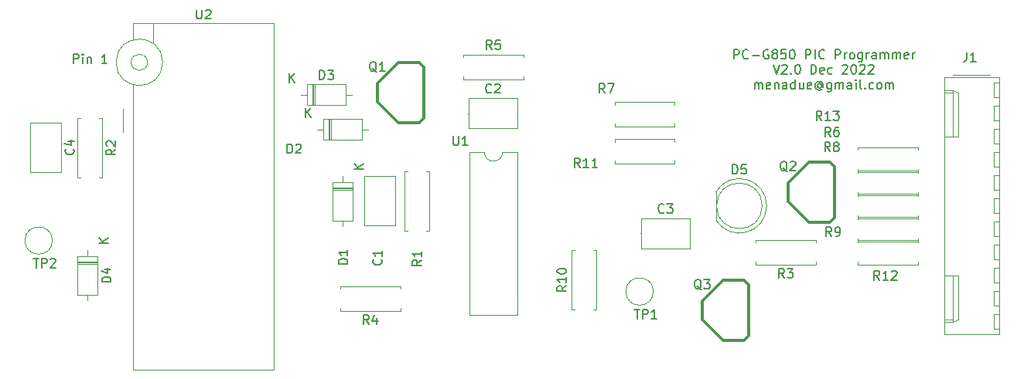
<source format=gbr>
%TF.GenerationSoftware,KiCad,Pcbnew,5.1.5+dfsg1-2build2*%
%TF.CreationDate,2022-12-31T14:33:42+00:00*%
%TF.ProjectId,g850-pic-prog,67383530-2d70-4696-932d-70726f672e6b,rev?*%
%TF.SameCoordinates,Original*%
%TF.FileFunction,Legend,Top*%
%TF.FilePolarity,Positive*%
%FSLAX46Y46*%
G04 Gerber Fmt 4.6, Leading zero omitted, Abs format (unit mm)*
G04 Created by KiCad (PCBNEW 5.1.5+dfsg1-2build2) date 2022-12-31 14:33:42*
%MOMM*%
%LPD*%
G04 APERTURE LIST*
%ADD10C,0.150000*%
%ADD11C,0.120000*%
%ADD12C,0.304800*%
%ADD13C,0.203200*%
G04 APERTURE END LIST*
D10*
X101619276Y-69956940D02*
X101619276Y-68956940D01*
X102000228Y-68956940D01*
X102095466Y-69004560D01*
X102143085Y-69052179D01*
X102190704Y-69147417D01*
X102190704Y-69290274D01*
X102143085Y-69385512D01*
X102095466Y-69433131D01*
X102000228Y-69480750D01*
X101619276Y-69480750D01*
X102619276Y-69956940D02*
X102619276Y-69290274D01*
X102619276Y-68956940D02*
X102571657Y-69004560D01*
X102619276Y-69052179D01*
X102666895Y-69004560D01*
X102619276Y-68956940D01*
X102619276Y-69052179D01*
X103095466Y-69290274D02*
X103095466Y-69956940D01*
X103095466Y-69385512D02*
X103143085Y-69337893D01*
X103238323Y-69290274D01*
X103381180Y-69290274D01*
X103476419Y-69337893D01*
X103524038Y-69433131D01*
X103524038Y-69956940D01*
X105285942Y-69956940D02*
X104714514Y-69956940D01*
X105000228Y-69956940D02*
X105000228Y-68956940D01*
X104904990Y-69099798D01*
X104809752Y-69195036D01*
X104714514Y-69242655D01*
X173901697Y-69465180D02*
X173901697Y-68465180D01*
X174282649Y-68465180D01*
X174377887Y-68512800D01*
X174425506Y-68560419D01*
X174473125Y-68655657D01*
X174473125Y-68798514D01*
X174425506Y-68893752D01*
X174377887Y-68941371D01*
X174282649Y-68988990D01*
X173901697Y-68988990D01*
X175473125Y-69369942D02*
X175425506Y-69417561D01*
X175282649Y-69465180D01*
X175187411Y-69465180D01*
X175044554Y-69417561D01*
X174949316Y-69322323D01*
X174901697Y-69227085D01*
X174854078Y-69036609D01*
X174854078Y-68893752D01*
X174901697Y-68703276D01*
X174949316Y-68608038D01*
X175044554Y-68512800D01*
X175187411Y-68465180D01*
X175282649Y-68465180D01*
X175425506Y-68512800D01*
X175473125Y-68560419D01*
X175901697Y-69084228D02*
X176663601Y-69084228D01*
X177663601Y-68512800D02*
X177568363Y-68465180D01*
X177425506Y-68465180D01*
X177282649Y-68512800D01*
X177187411Y-68608038D01*
X177139792Y-68703276D01*
X177092173Y-68893752D01*
X177092173Y-69036609D01*
X177139792Y-69227085D01*
X177187411Y-69322323D01*
X177282649Y-69417561D01*
X177425506Y-69465180D01*
X177520744Y-69465180D01*
X177663601Y-69417561D01*
X177711220Y-69369942D01*
X177711220Y-69036609D01*
X177520744Y-69036609D01*
X178282649Y-68893752D02*
X178187411Y-68846133D01*
X178139792Y-68798514D01*
X178092173Y-68703276D01*
X178092173Y-68655657D01*
X178139792Y-68560419D01*
X178187411Y-68512800D01*
X178282649Y-68465180D01*
X178473125Y-68465180D01*
X178568363Y-68512800D01*
X178615982Y-68560419D01*
X178663601Y-68655657D01*
X178663601Y-68703276D01*
X178615982Y-68798514D01*
X178568363Y-68846133D01*
X178473125Y-68893752D01*
X178282649Y-68893752D01*
X178187411Y-68941371D01*
X178139792Y-68988990D01*
X178092173Y-69084228D01*
X178092173Y-69274704D01*
X178139792Y-69369942D01*
X178187411Y-69417561D01*
X178282649Y-69465180D01*
X178473125Y-69465180D01*
X178568363Y-69417561D01*
X178615982Y-69369942D01*
X178663601Y-69274704D01*
X178663601Y-69084228D01*
X178615982Y-68988990D01*
X178568363Y-68941371D01*
X178473125Y-68893752D01*
X179568363Y-68465180D02*
X179092173Y-68465180D01*
X179044554Y-68941371D01*
X179092173Y-68893752D01*
X179187411Y-68846133D01*
X179425506Y-68846133D01*
X179520744Y-68893752D01*
X179568363Y-68941371D01*
X179615982Y-69036609D01*
X179615982Y-69274704D01*
X179568363Y-69369942D01*
X179520744Y-69417561D01*
X179425506Y-69465180D01*
X179187411Y-69465180D01*
X179092173Y-69417561D01*
X179044554Y-69369942D01*
X180235030Y-68465180D02*
X180330268Y-68465180D01*
X180425506Y-68512800D01*
X180473125Y-68560419D01*
X180520744Y-68655657D01*
X180568363Y-68846133D01*
X180568363Y-69084228D01*
X180520744Y-69274704D01*
X180473125Y-69369942D01*
X180425506Y-69417561D01*
X180330268Y-69465180D01*
X180235030Y-69465180D01*
X180139792Y-69417561D01*
X180092173Y-69369942D01*
X180044554Y-69274704D01*
X179996935Y-69084228D01*
X179996935Y-68846133D01*
X180044554Y-68655657D01*
X180092173Y-68560419D01*
X180139792Y-68512800D01*
X180235030Y-68465180D01*
X181758840Y-69465180D02*
X181758840Y-68465180D01*
X182139792Y-68465180D01*
X182235030Y-68512800D01*
X182282649Y-68560419D01*
X182330268Y-68655657D01*
X182330268Y-68798514D01*
X182282649Y-68893752D01*
X182235030Y-68941371D01*
X182139792Y-68988990D01*
X181758840Y-68988990D01*
X182758840Y-69465180D02*
X182758840Y-68465180D01*
X183806459Y-69369942D02*
X183758840Y-69417561D01*
X183615982Y-69465180D01*
X183520744Y-69465180D01*
X183377887Y-69417561D01*
X183282649Y-69322323D01*
X183235030Y-69227085D01*
X183187411Y-69036609D01*
X183187411Y-68893752D01*
X183235030Y-68703276D01*
X183282649Y-68608038D01*
X183377887Y-68512800D01*
X183520744Y-68465180D01*
X183615982Y-68465180D01*
X183758840Y-68512800D01*
X183806459Y-68560419D01*
X184996935Y-69465180D02*
X184996935Y-68465180D01*
X185377887Y-68465180D01*
X185473125Y-68512800D01*
X185520744Y-68560419D01*
X185568363Y-68655657D01*
X185568363Y-68798514D01*
X185520744Y-68893752D01*
X185473125Y-68941371D01*
X185377887Y-68988990D01*
X184996935Y-68988990D01*
X185996935Y-69465180D02*
X185996935Y-68798514D01*
X185996935Y-68988990D02*
X186044554Y-68893752D01*
X186092173Y-68846133D01*
X186187411Y-68798514D01*
X186282649Y-68798514D01*
X186758840Y-69465180D02*
X186663601Y-69417561D01*
X186615982Y-69369942D01*
X186568363Y-69274704D01*
X186568363Y-68988990D01*
X186615982Y-68893752D01*
X186663601Y-68846133D01*
X186758840Y-68798514D01*
X186901697Y-68798514D01*
X186996935Y-68846133D01*
X187044554Y-68893752D01*
X187092173Y-68988990D01*
X187092173Y-69274704D01*
X187044554Y-69369942D01*
X186996935Y-69417561D01*
X186901697Y-69465180D01*
X186758840Y-69465180D01*
X187949316Y-68798514D02*
X187949316Y-69608038D01*
X187901697Y-69703276D01*
X187854078Y-69750895D01*
X187758840Y-69798514D01*
X187615982Y-69798514D01*
X187520744Y-69750895D01*
X187949316Y-69417561D02*
X187854078Y-69465180D01*
X187663601Y-69465180D01*
X187568363Y-69417561D01*
X187520744Y-69369942D01*
X187473125Y-69274704D01*
X187473125Y-68988990D01*
X187520744Y-68893752D01*
X187568363Y-68846133D01*
X187663601Y-68798514D01*
X187854078Y-68798514D01*
X187949316Y-68846133D01*
X188425506Y-69465180D02*
X188425506Y-68798514D01*
X188425506Y-68988990D02*
X188473125Y-68893752D01*
X188520744Y-68846133D01*
X188615982Y-68798514D01*
X188711220Y-68798514D01*
X189473125Y-69465180D02*
X189473125Y-68941371D01*
X189425506Y-68846133D01*
X189330268Y-68798514D01*
X189139792Y-68798514D01*
X189044554Y-68846133D01*
X189473125Y-69417561D02*
X189377887Y-69465180D01*
X189139792Y-69465180D01*
X189044554Y-69417561D01*
X188996935Y-69322323D01*
X188996935Y-69227085D01*
X189044554Y-69131847D01*
X189139792Y-69084228D01*
X189377887Y-69084228D01*
X189473125Y-69036609D01*
X189949316Y-69465180D02*
X189949316Y-68798514D01*
X189949316Y-68893752D02*
X189996935Y-68846133D01*
X190092173Y-68798514D01*
X190235030Y-68798514D01*
X190330268Y-68846133D01*
X190377887Y-68941371D01*
X190377887Y-69465180D01*
X190377887Y-68941371D02*
X190425506Y-68846133D01*
X190520744Y-68798514D01*
X190663601Y-68798514D01*
X190758840Y-68846133D01*
X190806459Y-68941371D01*
X190806459Y-69465180D01*
X191282649Y-69465180D02*
X191282649Y-68798514D01*
X191282649Y-68893752D02*
X191330268Y-68846133D01*
X191425506Y-68798514D01*
X191568363Y-68798514D01*
X191663601Y-68846133D01*
X191711220Y-68941371D01*
X191711220Y-69465180D01*
X191711220Y-68941371D02*
X191758840Y-68846133D01*
X191854078Y-68798514D01*
X191996935Y-68798514D01*
X192092173Y-68846133D01*
X192139792Y-68941371D01*
X192139792Y-69465180D01*
X192996935Y-69417561D02*
X192901697Y-69465180D01*
X192711220Y-69465180D01*
X192615982Y-69417561D01*
X192568363Y-69322323D01*
X192568363Y-68941371D01*
X192615982Y-68846133D01*
X192711220Y-68798514D01*
X192901697Y-68798514D01*
X192996935Y-68846133D01*
X193044554Y-68941371D01*
X193044554Y-69036609D01*
X192568363Y-69131847D01*
X193473125Y-69465180D02*
X193473125Y-68798514D01*
X193473125Y-68988990D02*
X193520744Y-68893752D01*
X193568363Y-68846133D01*
X193663601Y-68798514D01*
X193758840Y-68798514D01*
X178211220Y-70115180D02*
X178544554Y-71115180D01*
X178877887Y-70115180D01*
X179163601Y-70210419D02*
X179211220Y-70162800D01*
X179306459Y-70115180D01*
X179544554Y-70115180D01*
X179639792Y-70162800D01*
X179687411Y-70210419D01*
X179735030Y-70305657D01*
X179735030Y-70400895D01*
X179687411Y-70543752D01*
X179115982Y-71115180D01*
X179735030Y-71115180D01*
X180163601Y-71019942D02*
X180211220Y-71067561D01*
X180163601Y-71115180D01*
X180115982Y-71067561D01*
X180163601Y-71019942D01*
X180163601Y-71115180D01*
X180830268Y-70115180D02*
X180925506Y-70115180D01*
X181020744Y-70162800D01*
X181068363Y-70210419D01*
X181115982Y-70305657D01*
X181163601Y-70496133D01*
X181163601Y-70734228D01*
X181115982Y-70924704D01*
X181068363Y-71019942D01*
X181020744Y-71067561D01*
X180925506Y-71115180D01*
X180830268Y-71115180D01*
X180735030Y-71067561D01*
X180687411Y-71019942D01*
X180639792Y-70924704D01*
X180592173Y-70734228D01*
X180592173Y-70496133D01*
X180639792Y-70305657D01*
X180687411Y-70210419D01*
X180735030Y-70162800D01*
X180830268Y-70115180D01*
X182354078Y-71115180D02*
X182354078Y-70115180D01*
X182592173Y-70115180D01*
X182735030Y-70162800D01*
X182830268Y-70258038D01*
X182877887Y-70353276D01*
X182925506Y-70543752D01*
X182925506Y-70686609D01*
X182877887Y-70877085D01*
X182830268Y-70972323D01*
X182735030Y-71067561D01*
X182592173Y-71115180D01*
X182354078Y-71115180D01*
X183735030Y-71067561D02*
X183639792Y-71115180D01*
X183449316Y-71115180D01*
X183354078Y-71067561D01*
X183306459Y-70972323D01*
X183306459Y-70591371D01*
X183354078Y-70496133D01*
X183449316Y-70448514D01*
X183639792Y-70448514D01*
X183735030Y-70496133D01*
X183782649Y-70591371D01*
X183782649Y-70686609D01*
X183306459Y-70781847D01*
X184639792Y-71067561D02*
X184544554Y-71115180D01*
X184354078Y-71115180D01*
X184258840Y-71067561D01*
X184211220Y-71019942D01*
X184163601Y-70924704D01*
X184163601Y-70638990D01*
X184211220Y-70543752D01*
X184258840Y-70496133D01*
X184354078Y-70448514D01*
X184544554Y-70448514D01*
X184639792Y-70496133D01*
X185782649Y-70210419D02*
X185830268Y-70162800D01*
X185925506Y-70115180D01*
X186163601Y-70115180D01*
X186258840Y-70162800D01*
X186306459Y-70210419D01*
X186354078Y-70305657D01*
X186354078Y-70400895D01*
X186306459Y-70543752D01*
X185735030Y-71115180D01*
X186354078Y-71115180D01*
X186973125Y-70115180D02*
X187068363Y-70115180D01*
X187163601Y-70162800D01*
X187211220Y-70210419D01*
X187258840Y-70305657D01*
X187306459Y-70496133D01*
X187306459Y-70734228D01*
X187258840Y-70924704D01*
X187211220Y-71019942D01*
X187163601Y-71067561D01*
X187068363Y-71115180D01*
X186973125Y-71115180D01*
X186877887Y-71067561D01*
X186830268Y-71019942D01*
X186782649Y-70924704D01*
X186735030Y-70734228D01*
X186735030Y-70496133D01*
X186782649Y-70305657D01*
X186830268Y-70210419D01*
X186877887Y-70162800D01*
X186973125Y-70115180D01*
X187687411Y-70210419D02*
X187735030Y-70162800D01*
X187830268Y-70115180D01*
X188068363Y-70115180D01*
X188163601Y-70162800D01*
X188211220Y-70210419D01*
X188258840Y-70305657D01*
X188258840Y-70400895D01*
X188211220Y-70543752D01*
X187639792Y-71115180D01*
X188258840Y-71115180D01*
X188639792Y-70210419D02*
X188687411Y-70162800D01*
X188782649Y-70115180D01*
X189020744Y-70115180D01*
X189115982Y-70162800D01*
X189163601Y-70210419D01*
X189211220Y-70305657D01*
X189211220Y-70400895D01*
X189163601Y-70543752D01*
X188592173Y-71115180D01*
X189211220Y-71115180D01*
X176163601Y-72765180D02*
X176163601Y-72098514D01*
X176163601Y-72193752D02*
X176211220Y-72146133D01*
X176306459Y-72098514D01*
X176449316Y-72098514D01*
X176544554Y-72146133D01*
X176592173Y-72241371D01*
X176592173Y-72765180D01*
X176592173Y-72241371D02*
X176639792Y-72146133D01*
X176735030Y-72098514D01*
X176877887Y-72098514D01*
X176973125Y-72146133D01*
X177020744Y-72241371D01*
X177020744Y-72765180D01*
X177877887Y-72717561D02*
X177782649Y-72765180D01*
X177592173Y-72765180D01*
X177496935Y-72717561D01*
X177449316Y-72622323D01*
X177449316Y-72241371D01*
X177496935Y-72146133D01*
X177592173Y-72098514D01*
X177782649Y-72098514D01*
X177877887Y-72146133D01*
X177925506Y-72241371D01*
X177925506Y-72336609D01*
X177449316Y-72431847D01*
X178354078Y-72098514D02*
X178354078Y-72765180D01*
X178354078Y-72193752D02*
X178401697Y-72146133D01*
X178496935Y-72098514D01*
X178639792Y-72098514D01*
X178735030Y-72146133D01*
X178782649Y-72241371D01*
X178782649Y-72765180D01*
X179687411Y-72765180D02*
X179687411Y-72241371D01*
X179639792Y-72146133D01*
X179544554Y-72098514D01*
X179354078Y-72098514D01*
X179258840Y-72146133D01*
X179687411Y-72717561D02*
X179592173Y-72765180D01*
X179354078Y-72765180D01*
X179258840Y-72717561D01*
X179211220Y-72622323D01*
X179211220Y-72527085D01*
X179258840Y-72431847D01*
X179354078Y-72384228D01*
X179592173Y-72384228D01*
X179687411Y-72336609D01*
X180592173Y-72765180D02*
X180592173Y-71765180D01*
X180592173Y-72717561D02*
X180496935Y-72765180D01*
X180306459Y-72765180D01*
X180211220Y-72717561D01*
X180163601Y-72669942D01*
X180115982Y-72574704D01*
X180115982Y-72288990D01*
X180163601Y-72193752D01*
X180211220Y-72146133D01*
X180306459Y-72098514D01*
X180496935Y-72098514D01*
X180592173Y-72146133D01*
X181496935Y-72098514D02*
X181496935Y-72765180D01*
X181068363Y-72098514D02*
X181068363Y-72622323D01*
X181115982Y-72717561D01*
X181211220Y-72765180D01*
X181354078Y-72765180D01*
X181449316Y-72717561D01*
X181496935Y-72669942D01*
X182354078Y-72717561D02*
X182258840Y-72765180D01*
X182068363Y-72765180D01*
X181973125Y-72717561D01*
X181925506Y-72622323D01*
X181925506Y-72241371D01*
X181973125Y-72146133D01*
X182068363Y-72098514D01*
X182258840Y-72098514D01*
X182354078Y-72146133D01*
X182401697Y-72241371D01*
X182401697Y-72336609D01*
X181925506Y-72431847D01*
X183449316Y-72288990D02*
X183401697Y-72241371D01*
X183306459Y-72193752D01*
X183211220Y-72193752D01*
X183115982Y-72241371D01*
X183068363Y-72288990D01*
X183020744Y-72384228D01*
X183020744Y-72479466D01*
X183068363Y-72574704D01*
X183115982Y-72622323D01*
X183211220Y-72669942D01*
X183306459Y-72669942D01*
X183401697Y-72622323D01*
X183449316Y-72574704D01*
X183449316Y-72193752D02*
X183449316Y-72574704D01*
X183496935Y-72622323D01*
X183544554Y-72622323D01*
X183639792Y-72574704D01*
X183687411Y-72479466D01*
X183687411Y-72241371D01*
X183592173Y-72098514D01*
X183449316Y-72003276D01*
X183258840Y-71955657D01*
X183068363Y-72003276D01*
X182925506Y-72098514D01*
X182830268Y-72241371D01*
X182782649Y-72431847D01*
X182830268Y-72622323D01*
X182925506Y-72765180D01*
X183068363Y-72860419D01*
X183258840Y-72908038D01*
X183449316Y-72860419D01*
X183592173Y-72765180D01*
X184544554Y-72098514D02*
X184544554Y-72908038D01*
X184496935Y-73003276D01*
X184449316Y-73050895D01*
X184354078Y-73098514D01*
X184211220Y-73098514D01*
X184115982Y-73050895D01*
X184544554Y-72717561D02*
X184449316Y-72765180D01*
X184258840Y-72765180D01*
X184163601Y-72717561D01*
X184115982Y-72669942D01*
X184068363Y-72574704D01*
X184068363Y-72288990D01*
X184115982Y-72193752D01*
X184163601Y-72146133D01*
X184258840Y-72098514D01*
X184449316Y-72098514D01*
X184544554Y-72146133D01*
X185020744Y-72765180D02*
X185020744Y-72098514D01*
X185020744Y-72193752D02*
X185068363Y-72146133D01*
X185163601Y-72098514D01*
X185306459Y-72098514D01*
X185401697Y-72146133D01*
X185449316Y-72241371D01*
X185449316Y-72765180D01*
X185449316Y-72241371D02*
X185496935Y-72146133D01*
X185592173Y-72098514D01*
X185735030Y-72098514D01*
X185830268Y-72146133D01*
X185877887Y-72241371D01*
X185877887Y-72765180D01*
X186782649Y-72765180D02*
X186782649Y-72241371D01*
X186735030Y-72146133D01*
X186639792Y-72098514D01*
X186449316Y-72098514D01*
X186354078Y-72146133D01*
X186782649Y-72717561D02*
X186687411Y-72765180D01*
X186449316Y-72765180D01*
X186354078Y-72717561D01*
X186306459Y-72622323D01*
X186306459Y-72527085D01*
X186354078Y-72431847D01*
X186449316Y-72384228D01*
X186687411Y-72384228D01*
X186782649Y-72336609D01*
X187258840Y-72765180D02*
X187258840Y-72098514D01*
X187258840Y-71765180D02*
X187211220Y-71812800D01*
X187258840Y-71860419D01*
X187306459Y-71812800D01*
X187258840Y-71765180D01*
X187258840Y-71860419D01*
X187877887Y-72765180D02*
X187782649Y-72717561D01*
X187735030Y-72622323D01*
X187735030Y-71765180D01*
X188258840Y-72669942D02*
X188306459Y-72717561D01*
X188258840Y-72765180D01*
X188211220Y-72717561D01*
X188258840Y-72669942D01*
X188258840Y-72765180D01*
X189163601Y-72717561D02*
X189068363Y-72765180D01*
X188877887Y-72765180D01*
X188782649Y-72717561D01*
X188735030Y-72669942D01*
X188687411Y-72574704D01*
X188687411Y-72288990D01*
X188735030Y-72193752D01*
X188782649Y-72146133D01*
X188877887Y-72098514D01*
X189068363Y-72098514D01*
X189163601Y-72146133D01*
X189735030Y-72765180D02*
X189639792Y-72717561D01*
X189592173Y-72669942D01*
X189544554Y-72574704D01*
X189544554Y-72288990D01*
X189592173Y-72193752D01*
X189639792Y-72146133D01*
X189735030Y-72098514D01*
X189877887Y-72098514D01*
X189973125Y-72146133D01*
X190020744Y-72193752D01*
X190068363Y-72288990D01*
X190068363Y-72574704D01*
X190020744Y-72669942D01*
X189973125Y-72717561D01*
X189877887Y-72765180D01*
X189735030Y-72765180D01*
X190496935Y-72765180D02*
X190496935Y-72098514D01*
X190496935Y-72193752D02*
X190544554Y-72146133D01*
X190639792Y-72098514D01*
X190782649Y-72098514D01*
X190877887Y-72146133D01*
X190925506Y-72241371D01*
X190925506Y-72765180D01*
X190925506Y-72241371D02*
X190973125Y-72146133D01*
X191068363Y-72098514D01*
X191211220Y-72098514D01*
X191306459Y-72146133D01*
X191354078Y-72241371D01*
X191354078Y-72765180D01*
D11*
%TO.C,U2*%
X107064000Y-77470000D02*
X107064000Y-74930000D01*
X110364000Y-65540000D02*
X110364000Y-67800000D01*
X108124000Y-65540000D02*
X108124000Y-67400000D01*
X123524000Y-65540000D02*
X108124000Y-65540000D01*
X123524000Y-103540000D02*
X123524000Y-65540000D01*
X108124000Y-103540000D02*
X123524000Y-103540000D01*
X108124000Y-72300000D02*
X108124000Y-103540000D01*
X109714000Y-69850000D02*
G75*
G03X109714000Y-69850000I-900000J0D01*
G01*
X111364000Y-69850000D02*
G75*
G03X111364000Y-69850000I-2550000J0D01*
G01*
D12*
%TO.C,Q2*%
X179832000Y-85090000D02*
X179832000Y-83058000D01*
X179832000Y-85090000D02*
X182118000Y-87376000D01*
X179832000Y-83058000D02*
X182118000Y-80772000D01*
X184404000Y-87376000D02*
X182118000Y-87376000D01*
X184912000Y-86868000D02*
X184404000Y-87376000D01*
X184912000Y-81280000D02*
X184912000Y-86868000D01*
X184404000Y-80772000D02*
X184912000Y-81280000D01*
X182118000Y-80772000D02*
X184404000Y-80772000D01*
D11*
%TO.C,U1*%
X148574000Y-79696000D02*
G75*
G02X146574000Y-79696000I-1000000J0D01*
G01*
X146574000Y-79696000D02*
X144924000Y-79696000D01*
X144924000Y-79696000D02*
X144924000Y-97596000D01*
X144924000Y-97596000D02*
X150224000Y-97596000D01*
X150224000Y-97596000D02*
X150224000Y-79696000D01*
X150224000Y-79696000D02*
X148574000Y-79696000D01*
%TO.C,TP2*%
X99290000Y-89408000D02*
G75*
G03X99290000Y-89408000I-1500000J0D01*
G01*
%TO.C,TP1*%
X165076000Y-94996000D02*
G75*
G03X165076000Y-94996000I-1500000J0D01*
G01*
%TO.C,R13*%
X187484000Y-79478000D02*
X187484000Y-79148000D01*
X187484000Y-79148000D02*
X194024000Y-79148000D01*
X194024000Y-79148000D02*
X194024000Y-79478000D01*
X187484000Y-81558000D02*
X187484000Y-81888000D01*
X187484000Y-81888000D02*
X194024000Y-81888000D01*
X194024000Y-81888000D02*
X194024000Y-81558000D01*
%TO.C,R12*%
X187484000Y-89638000D02*
X187484000Y-89308000D01*
X187484000Y-89308000D02*
X194024000Y-89308000D01*
X194024000Y-89308000D02*
X194024000Y-89638000D01*
X187484000Y-91718000D02*
X187484000Y-92048000D01*
X187484000Y-92048000D02*
X194024000Y-92048000D01*
X194024000Y-92048000D02*
X194024000Y-91718000D01*
%TO.C,R11*%
X160882000Y-78574000D02*
X160882000Y-78244000D01*
X160882000Y-78244000D02*
X167422000Y-78244000D01*
X167422000Y-78244000D02*
X167422000Y-78574000D01*
X160882000Y-80654000D02*
X160882000Y-80984000D01*
X160882000Y-80984000D02*
X167422000Y-80984000D01*
X167422000Y-80984000D02*
X167422000Y-80654000D01*
%TO.C,R10*%
X156440000Y-96996000D02*
X156110000Y-96996000D01*
X156110000Y-96996000D02*
X156110000Y-90456000D01*
X156110000Y-90456000D02*
X156440000Y-90456000D01*
X158520000Y-96996000D02*
X158850000Y-96996000D01*
X158850000Y-96996000D02*
X158850000Y-90456000D01*
X158850000Y-90456000D02*
X158520000Y-90456000D01*
%TO.C,R9*%
X187484000Y-87098000D02*
X187484000Y-86768000D01*
X187484000Y-86768000D02*
X194024000Y-86768000D01*
X194024000Y-86768000D02*
X194024000Y-87098000D01*
X187484000Y-89178000D02*
X187484000Y-89508000D01*
X187484000Y-89508000D02*
X194024000Y-89508000D01*
X194024000Y-89508000D02*
X194024000Y-89178000D01*
%TO.C,R8*%
X187484000Y-84558000D02*
X187484000Y-84228000D01*
X187484000Y-84228000D02*
X194024000Y-84228000D01*
X194024000Y-84228000D02*
X194024000Y-84558000D01*
X187484000Y-86638000D02*
X187484000Y-86968000D01*
X187484000Y-86968000D02*
X194024000Y-86968000D01*
X194024000Y-86968000D02*
X194024000Y-86638000D01*
%TO.C,R7*%
X160882000Y-74524000D02*
X160882000Y-74194000D01*
X160882000Y-74194000D02*
X167422000Y-74194000D01*
X167422000Y-74194000D02*
X167422000Y-74524000D01*
X160882000Y-76604000D02*
X160882000Y-76934000D01*
X160882000Y-76934000D02*
X167422000Y-76934000D01*
X167422000Y-76934000D02*
X167422000Y-76604000D01*
%TO.C,R6*%
X187484000Y-82018000D02*
X187484000Y-81688000D01*
X187484000Y-81688000D02*
X194024000Y-81688000D01*
X194024000Y-81688000D02*
X194024000Y-82018000D01*
X187484000Y-84098000D02*
X187484000Y-84428000D01*
X187484000Y-84428000D02*
X194024000Y-84428000D01*
X194024000Y-84428000D02*
X194024000Y-84098000D01*
%TO.C,R5*%
X144304000Y-69318000D02*
X144304000Y-68988000D01*
X144304000Y-68988000D02*
X150844000Y-68988000D01*
X150844000Y-68988000D02*
X150844000Y-69318000D01*
X144304000Y-71398000D02*
X144304000Y-71728000D01*
X144304000Y-71728000D02*
X150844000Y-71728000D01*
X150844000Y-71728000D02*
X150844000Y-71398000D01*
%TO.C,R4*%
X137382000Y-96798000D02*
X137382000Y-97128000D01*
X137382000Y-97128000D02*
X130842000Y-97128000D01*
X130842000Y-97128000D02*
X130842000Y-96798000D01*
X137382000Y-94718000D02*
X137382000Y-94388000D01*
X137382000Y-94388000D02*
X130842000Y-94388000D01*
X130842000Y-94388000D02*
X130842000Y-94718000D01*
%TO.C,R3*%
X182848000Y-91718000D02*
X182848000Y-92048000D01*
X182848000Y-92048000D02*
X176308000Y-92048000D01*
X176308000Y-92048000D02*
X176308000Y-91718000D01*
X182848000Y-89638000D02*
X182848000Y-89308000D01*
X182848000Y-89308000D02*
X176308000Y-89308000D01*
X176308000Y-89308000D02*
X176308000Y-89638000D01*
%TO.C,R2*%
X104418000Y-75978000D02*
X104748000Y-75978000D01*
X104748000Y-75978000D02*
X104748000Y-82518000D01*
X104748000Y-82518000D02*
X104418000Y-82518000D01*
X102338000Y-75978000D02*
X102008000Y-75978000D01*
X102008000Y-75978000D02*
X102008000Y-82518000D01*
X102008000Y-82518000D02*
X102338000Y-82518000D01*
%TO.C,R1*%
X140232000Y-81820000D02*
X140562000Y-81820000D01*
X140562000Y-81820000D02*
X140562000Y-88360000D01*
X140562000Y-88360000D02*
X140232000Y-88360000D01*
X138152000Y-81820000D02*
X137822000Y-81820000D01*
X137822000Y-81820000D02*
X137822000Y-88360000D01*
X137822000Y-88360000D02*
X138152000Y-88360000D01*
D12*
%TO.C,Q3*%
X170434000Y-98044000D02*
X170434000Y-96012000D01*
X170434000Y-98044000D02*
X172720000Y-100330000D01*
X170434000Y-96012000D02*
X172720000Y-93726000D01*
X175006000Y-100330000D02*
X172720000Y-100330000D01*
X175514000Y-99822000D02*
X175006000Y-100330000D01*
X175514000Y-94234000D02*
X175514000Y-99822000D01*
X175006000Y-93726000D02*
X175514000Y-94234000D01*
X172720000Y-93726000D02*
X175006000Y-93726000D01*
%TO.C,Q1*%
X134874000Y-74168000D02*
X134874000Y-72136000D01*
X134874000Y-74168000D02*
X137160000Y-76454000D01*
X134874000Y-72136000D02*
X137160000Y-69850000D01*
X139446000Y-76454000D02*
X137160000Y-76454000D01*
X139954000Y-75946000D02*
X139446000Y-76454000D01*
X139954000Y-70358000D02*
X139954000Y-75946000D01*
X139446000Y-69850000D02*
X139954000Y-70358000D01*
X137160000Y-69850000D02*
X139446000Y-69850000D01*
D11*
%TO.C,J1*%
X202928000Y-71518000D02*
X196908000Y-71518000D01*
X196908000Y-71518000D02*
X196908000Y-99678000D01*
X196908000Y-99678000D02*
X202928000Y-99678000D01*
X202928000Y-99678000D02*
X202928000Y-71518000D01*
X201898000Y-71228000D02*
X197898000Y-71228000D01*
X196908000Y-72898000D02*
X197908000Y-72898000D01*
X197908000Y-72898000D02*
X197908000Y-77978000D01*
X197908000Y-77978000D02*
X196908000Y-77978000D01*
X197908000Y-72898000D02*
X198438000Y-73148000D01*
X198438000Y-73148000D02*
X198438000Y-77978000D01*
X198438000Y-77978000D02*
X197908000Y-77978000D01*
X196908000Y-73148000D02*
X197908000Y-73148000D01*
X196908000Y-98298000D02*
X197908000Y-98298000D01*
X197908000Y-98298000D02*
X197908000Y-93218000D01*
X197908000Y-93218000D02*
X196908000Y-93218000D01*
X197908000Y-98298000D02*
X198438000Y-98048000D01*
X198438000Y-98048000D02*
X198438000Y-93218000D01*
X198438000Y-93218000D02*
X197908000Y-93218000D01*
X196908000Y-98048000D02*
X197908000Y-98048000D01*
X202928000Y-72098000D02*
X202328000Y-72098000D01*
X202328000Y-72098000D02*
X202328000Y-73698000D01*
X202328000Y-73698000D02*
X202928000Y-73698000D01*
X202928000Y-74638000D02*
X202328000Y-74638000D01*
X202328000Y-74638000D02*
X202328000Y-76238000D01*
X202328000Y-76238000D02*
X202928000Y-76238000D01*
X202928000Y-77178000D02*
X202328000Y-77178000D01*
X202328000Y-77178000D02*
X202328000Y-78778000D01*
X202328000Y-78778000D02*
X202928000Y-78778000D01*
X202928000Y-79718000D02*
X202328000Y-79718000D01*
X202328000Y-79718000D02*
X202328000Y-81318000D01*
X202328000Y-81318000D02*
X202928000Y-81318000D01*
X202928000Y-82258000D02*
X202328000Y-82258000D01*
X202328000Y-82258000D02*
X202328000Y-83858000D01*
X202328000Y-83858000D02*
X202928000Y-83858000D01*
X202928000Y-84798000D02*
X202328000Y-84798000D01*
X202328000Y-84798000D02*
X202328000Y-86398000D01*
X202328000Y-86398000D02*
X202928000Y-86398000D01*
X202928000Y-87338000D02*
X202328000Y-87338000D01*
X202328000Y-87338000D02*
X202328000Y-88938000D01*
X202328000Y-88938000D02*
X202928000Y-88938000D01*
X202928000Y-89878000D02*
X202328000Y-89878000D01*
X202328000Y-89878000D02*
X202328000Y-91478000D01*
X202328000Y-91478000D02*
X202928000Y-91478000D01*
X202928000Y-92418000D02*
X202328000Y-92418000D01*
X202328000Y-92418000D02*
X202328000Y-94018000D01*
X202328000Y-94018000D02*
X202928000Y-94018000D01*
X202928000Y-94958000D02*
X202328000Y-94958000D01*
X202328000Y-94958000D02*
X202328000Y-96558000D01*
X202328000Y-96558000D02*
X202928000Y-96558000D01*
X202928000Y-97498000D02*
X202328000Y-97498000D01*
X202328000Y-97498000D02*
X202328000Y-99098000D01*
X202328000Y-99098000D02*
X202928000Y-99098000D01*
%TO.C,D5*%
X177488000Y-85597538D02*
G75*
G02X171938000Y-87142830I-2990000J-462D01*
G01*
X177488000Y-85598462D02*
G75*
G03X171938000Y-84053170I-2990000J462D01*
G01*
X176998000Y-85598000D02*
G75*
G03X176998000Y-85598000I-2500000J0D01*
G01*
X171938000Y-84053000D02*
X171938000Y-87143000D01*
%TO.C,D4*%
X104244000Y-91098000D02*
X102004000Y-91098000D01*
X102004000Y-91098000D02*
X102004000Y-95338000D01*
X102004000Y-95338000D02*
X104244000Y-95338000D01*
X104244000Y-95338000D02*
X104244000Y-91098000D01*
X103124000Y-90448000D02*
X103124000Y-91098000D01*
X103124000Y-95988000D02*
X103124000Y-95338000D01*
X104244000Y-91818000D02*
X102004000Y-91818000D01*
X104244000Y-91938000D02*
X102004000Y-91938000D01*
X104244000Y-91698000D02*
X102004000Y-91698000D01*
%TO.C,D3*%
X127166000Y-72286000D02*
X127166000Y-74526000D01*
X127166000Y-74526000D02*
X131406000Y-74526000D01*
X131406000Y-74526000D02*
X131406000Y-72286000D01*
X131406000Y-72286000D02*
X127166000Y-72286000D01*
X126516000Y-73406000D02*
X127166000Y-73406000D01*
X132056000Y-73406000D02*
X131406000Y-73406000D01*
X127886000Y-72286000D02*
X127886000Y-74526000D01*
X128006000Y-72286000D02*
X128006000Y-74526000D01*
X127766000Y-72286000D02*
X127766000Y-74526000D01*
%TO.C,D2*%
X128944000Y-76096000D02*
X128944000Y-78336000D01*
X128944000Y-78336000D02*
X133184000Y-78336000D01*
X133184000Y-78336000D02*
X133184000Y-76096000D01*
X133184000Y-76096000D02*
X128944000Y-76096000D01*
X128294000Y-77216000D02*
X128944000Y-77216000D01*
X133834000Y-77216000D02*
X133184000Y-77216000D01*
X129664000Y-76096000D02*
X129664000Y-78336000D01*
X129784000Y-76096000D02*
X129784000Y-78336000D01*
X129544000Y-76096000D02*
X129544000Y-78336000D01*
%TO.C,D1*%
X132184000Y-82970000D02*
X129944000Y-82970000D01*
X129944000Y-82970000D02*
X129944000Y-87210000D01*
X129944000Y-87210000D02*
X132184000Y-87210000D01*
X132184000Y-87210000D02*
X132184000Y-82970000D01*
X131064000Y-82320000D02*
X131064000Y-82970000D01*
X131064000Y-87860000D02*
X131064000Y-87210000D01*
X132184000Y-83690000D02*
X129944000Y-83690000D01*
X132184000Y-83810000D02*
X129944000Y-83810000D01*
X132184000Y-83570000D02*
X129944000Y-83570000D01*
%TO.C,C4*%
X100222000Y-76518000D02*
X96882000Y-76518000D01*
X96882000Y-76518000D02*
X96882000Y-81858000D01*
X96882000Y-81858000D02*
X100222000Y-81858000D01*
X100222000Y-81858000D02*
X100222000Y-76518000D01*
X98552000Y-76478000D02*
X98552000Y-76518000D01*
X98552000Y-81898000D02*
X98552000Y-81858000D01*
%TO.C,C3*%
X163742000Y-86944000D02*
X163742000Y-90284000D01*
X163742000Y-90284000D02*
X169082000Y-90284000D01*
X169082000Y-90284000D02*
X169082000Y-86944000D01*
X169082000Y-86944000D02*
X163742000Y-86944000D01*
X163702000Y-88614000D02*
X163742000Y-88614000D01*
X169122000Y-88614000D02*
X169082000Y-88614000D01*
%TO.C,C2*%
X144844000Y-73768000D02*
X144844000Y-77108000D01*
X144844000Y-77108000D02*
X150184000Y-77108000D01*
X150184000Y-77108000D02*
X150184000Y-73768000D01*
X150184000Y-73768000D02*
X144844000Y-73768000D01*
X144804000Y-75438000D02*
X144844000Y-75438000D01*
X150224000Y-75438000D02*
X150184000Y-75438000D01*
%TO.C,C1*%
X136798000Y-82360000D02*
X133458000Y-82360000D01*
X133458000Y-82360000D02*
X133458000Y-87700000D01*
X133458000Y-87700000D02*
X136798000Y-87700000D01*
X136798000Y-87700000D02*
X136798000Y-82360000D01*
X135128000Y-82320000D02*
X135128000Y-82360000D01*
X135128000Y-87740000D02*
X135128000Y-87700000D01*
%TO.C,U2*%
D10*
X115062095Y-64092380D02*
X115062095Y-64901904D01*
X115109714Y-64997142D01*
X115157333Y-65044761D01*
X115252571Y-65092380D01*
X115443047Y-65092380D01*
X115538285Y-65044761D01*
X115585904Y-64997142D01*
X115633523Y-64901904D01*
X115633523Y-64092380D01*
X116062095Y-64187619D02*
X116109714Y-64140000D01*
X116204952Y-64092380D01*
X116443047Y-64092380D01*
X116538285Y-64140000D01*
X116585904Y-64187619D01*
X116633523Y-64282857D01*
X116633523Y-64378095D01*
X116585904Y-64520952D01*
X116014476Y-65092380D01*
X116633523Y-65092380D01*
%TO.C,Q2*%
D13*
X179735238Y-81836380D02*
X179638476Y-81788000D01*
X179541714Y-81691238D01*
X179396571Y-81546095D01*
X179299809Y-81497714D01*
X179203047Y-81497714D01*
X179251428Y-81739619D02*
X179154666Y-81691238D01*
X179057904Y-81594476D01*
X179009523Y-81400952D01*
X179009523Y-81062285D01*
X179057904Y-80868761D01*
X179154666Y-80772000D01*
X179251428Y-80723619D01*
X179444952Y-80723619D01*
X179541714Y-80772000D01*
X179638476Y-80868761D01*
X179686857Y-81062285D01*
X179686857Y-81400952D01*
X179638476Y-81594476D01*
X179541714Y-81691238D01*
X179444952Y-81739619D01*
X179251428Y-81739619D01*
X180073904Y-80820380D02*
X180122285Y-80772000D01*
X180219047Y-80723619D01*
X180460952Y-80723619D01*
X180557714Y-80772000D01*
X180606095Y-80820380D01*
X180654476Y-80917142D01*
X180654476Y-81013904D01*
X180606095Y-81159047D01*
X180025523Y-81739619D01*
X180654476Y-81739619D01*
%TO.C,U1*%
D10*
X143195135Y-77953620D02*
X143195135Y-78763144D01*
X143242754Y-78858382D01*
X143290373Y-78906001D01*
X143385611Y-78953620D01*
X143576087Y-78953620D01*
X143671325Y-78906001D01*
X143718944Y-78858382D01*
X143766563Y-78763144D01*
X143766563Y-77953620D01*
X144766563Y-78953620D02*
X144195135Y-78953620D01*
X144480849Y-78953620D02*
X144480849Y-77953620D01*
X144385611Y-78096478D01*
X144290373Y-78191716D01*
X144195135Y-78239335D01*
%TO.C,TP2*%
X97228095Y-91360380D02*
X97799523Y-91360380D01*
X97513809Y-92360380D02*
X97513809Y-91360380D01*
X98132857Y-92360380D02*
X98132857Y-91360380D01*
X98513809Y-91360380D01*
X98609047Y-91408000D01*
X98656666Y-91455619D01*
X98704285Y-91550857D01*
X98704285Y-91693714D01*
X98656666Y-91788952D01*
X98609047Y-91836571D01*
X98513809Y-91884190D01*
X98132857Y-91884190D01*
X99085238Y-91455619D02*
X99132857Y-91408000D01*
X99228095Y-91360380D01*
X99466190Y-91360380D01*
X99561428Y-91408000D01*
X99609047Y-91455619D01*
X99656666Y-91550857D01*
X99656666Y-91646095D01*
X99609047Y-91788952D01*
X99037619Y-92360380D01*
X99656666Y-92360380D01*
%TO.C,TP1*%
X163014095Y-96948380D02*
X163585523Y-96948380D01*
X163299809Y-97948380D02*
X163299809Y-96948380D01*
X163918857Y-97948380D02*
X163918857Y-96948380D01*
X164299809Y-96948380D01*
X164395047Y-96996000D01*
X164442666Y-97043619D01*
X164490285Y-97138857D01*
X164490285Y-97281714D01*
X164442666Y-97376952D01*
X164395047Y-97424571D01*
X164299809Y-97472190D01*
X163918857Y-97472190D01*
X165442666Y-97948380D02*
X164871238Y-97948380D01*
X165156952Y-97948380D02*
X165156952Y-96948380D01*
X165061714Y-97091238D01*
X164966476Y-97186476D01*
X164871238Y-97234095D01*
%TO.C,R13*%
X183502062Y-76205340D02*
X183168729Y-75729150D01*
X182930634Y-76205340D02*
X182930634Y-75205340D01*
X183311586Y-75205340D01*
X183406824Y-75252960D01*
X183454443Y-75300579D01*
X183502062Y-75395817D01*
X183502062Y-75538674D01*
X183454443Y-75633912D01*
X183406824Y-75681531D01*
X183311586Y-75729150D01*
X182930634Y-75729150D01*
X184454443Y-76205340D02*
X183883015Y-76205340D01*
X184168729Y-76205340D02*
X184168729Y-75205340D01*
X184073491Y-75348198D01*
X183978253Y-75443436D01*
X183883015Y-75491055D01*
X184787777Y-75205340D02*
X185406824Y-75205340D01*
X185073491Y-75586293D01*
X185216348Y-75586293D01*
X185311586Y-75633912D01*
X185359205Y-75681531D01*
X185406824Y-75776769D01*
X185406824Y-76014864D01*
X185359205Y-76110102D01*
X185311586Y-76157721D01*
X185216348Y-76205340D01*
X184930634Y-76205340D01*
X184835396Y-76157721D01*
X184787777Y-76110102D01*
%TO.C,R12*%
X189841902Y-93726260D02*
X189508569Y-93250070D01*
X189270474Y-93726260D02*
X189270474Y-92726260D01*
X189651426Y-92726260D01*
X189746664Y-92773880D01*
X189794283Y-92821499D01*
X189841902Y-92916737D01*
X189841902Y-93059594D01*
X189794283Y-93154832D01*
X189746664Y-93202451D01*
X189651426Y-93250070D01*
X189270474Y-93250070D01*
X190794283Y-93726260D02*
X190222855Y-93726260D01*
X190508569Y-93726260D02*
X190508569Y-92726260D01*
X190413331Y-92869118D01*
X190318093Y-92964356D01*
X190222855Y-93011975D01*
X191175236Y-92821499D02*
X191222855Y-92773880D01*
X191318093Y-92726260D01*
X191556188Y-92726260D01*
X191651426Y-92773880D01*
X191699045Y-92821499D01*
X191746664Y-92916737D01*
X191746664Y-93011975D01*
X191699045Y-93154832D01*
X191127617Y-93726260D01*
X191746664Y-93726260D01*
%TO.C,R11*%
X157045422Y-81381860D02*
X156712089Y-80905670D01*
X156473994Y-81381860D02*
X156473994Y-80381860D01*
X156854946Y-80381860D01*
X156950184Y-80429480D01*
X156997803Y-80477099D01*
X157045422Y-80572337D01*
X157045422Y-80715194D01*
X156997803Y-80810432D01*
X156950184Y-80858051D01*
X156854946Y-80905670D01*
X156473994Y-80905670D01*
X157997803Y-81381860D02*
X157426375Y-81381860D01*
X157712089Y-81381860D02*
X157712089Y-80381860D01*
X157616851Y-80524718D01*
X157521613Y-80619956D01*
X157426375Y-80667575D01*
X158950184Y-81381860D02*
X158378756Y-81381860D01*
X158664470Y-81381860D02*
X158664470Y-80381860D01*
X158569232Y-80524718D01*
X158473994Y-80619956D01*
X158378756Y-80667575D01*
%TO.C,R10*%
X155562380Y-94368857D02*
X155086190Y-94702190D01*
X155562380Y-94940285D02*
X154562380Y-94940285D01*
X154562380Y-94559333D01*
X154610000Y-94464095D01*
X154657619Y-94416476D01*
X154752857Y-94368857D01*
X154895714Y-94368857D01*
X154990952Y-94416476D01*
X155038571Y-94464095D01*
X155086190Y-94559333D01*
X155086190Y-94940285D01*
X155562380Y-93416476D02*
X155562380Y-93987904D01*
X155562380Y-93702190D02*
X154562380Y-93702190D01*
X154705238Y-93797428D01*
X154800476Y-93892666D01*
X154848095Y-93987904D01*
X154562380Y-92797428D02*
X154562380Y-92702190D01*
X154610000Y-92606952D01*
X154657619Y-92559333D01*
X154752857Y-92511714D01*
X154943333Y-92464095D01*
X155181428Y-92464095D01*
X155371904Y-92511714D01*
X155467142Y-92559333D01*
X155514761Y-92606952D01*
X155562380Y-92702190D01*
X155562380Y-92797428D01*
X155514761Y-92892666D01*
X155467142Y-92940285D01*
X155371904Y-92987904D01*
X155181428Y-93035523D01*
X154943333Y-93035523D01*
X154752857Y-92987904D01*
X154657619Y-92940285D01*
X154610000Y-92892666D01*
X154562380Y-92797428D01*
%TO.C,R9*%
X184582773Y-88910420D02*
X184249440Y-88434230D01*
X184011344Y-88910420D02*
X184011344Y-87910420D01*
X184392297Y-87910420D01*
X184487535Y-87958040D01*
X184535154Y-88005659D01*
X184582773Y-88100897D01*
X184582773Y-88243754D01*
X184535154Y-88338992D01*
X184487535Y-88386611D01*
X184392297Y-88434230D01*
X184011344Y-88434230D01*
X185058963Y-88910420D02*
X185249440Y-88910420D01*
X185344678Y-88862801D01*
X185392297Y-88815182D01*
X185487535Y-88672325D01*
X185535154Y-88481849D01*
X185535154Y-88100897D01*
X185487535Y-88005659D01*
X185439916Y-87958040D01*
X185344678Y-87910420D01*
X185154201Y-87910420D01*
X185058963Y-87958040D01*
X185011344Y-88005659D01*
X184963725Y-88100897D01*
X184963725Y-88338992D01*
X185011344Y-88434230D01*
X185058963Y-88481849D01*
X185154201Y-88529468D01*
X185344678Y-88529468D01*
X185439916Y-88481849D01*
X185487535Y-88434230D01*
X185535154Y-88338992D01*
%TO.C,R8*%
X184435453Y-79619100D02*
X184102120Y-79142910D01*
X183864024Y-79619100D02*
X183864024Y-78619100D01*
X184244977Y-78619100D01*
X184340215Y-78666720D01*
X184387834Y-78714339D01*
X184435453Y-78809577D01*
X184435453Y-78952434D01*
X184387834Y-79047672D01*
X184340215Y-79095291D01*
X184244977Y-79142910D01*
X183864024Y-79142910D01*
X185006881Y-79047672D02*
X184911643Y-79000053D01*
X184864024Y-78952434D01*
X184816405Y-78857196D01*
X184816405Y-78809577D01*
X184864024Y-78714339D01*
X184911643Y-78666720D01*
X185006881Y-78619100D01*
X185197358Y-78619100D01*
X185292596Y-78666720D01*
X185340215Y-78714339D01*
X185387834Y-78809577D01*
X185387834Y-78857196D01*
X185340215Y-78952434D01*
X185292596Y-79000053D01*
X185197358Y-79047672D01*
X185006881Y-79047672D01*
X184911643Y-79095291D01*
X184864024Y-79142910D01*
X184816405Y-79238148D01*
X184816405Y-79428624D01*
X184864024Y-79523862D01*
X184911643Y-79571481D01*
X185006881Y-79619100D01*
X185197358Y-79619100D01*
X185292596Y-79571481D01*
X185340215Y-79523862D01*
X185387834Y-79428624D01*
X185387834Y-79238148D01*
X185340215Y-79142910D01*
X185292596Y-79095291D01*
X185197358Y-79047672D01*
%TO.C,R7*%
X159751733Y-73203060D02*
X159418400Y-72726870D01*
X159180304Y-73203060D02*
X159180304Y-72203060D01*
X159561257Y-72203060D01*
X159656495Y-72250680D01*
X159704114Y-72298299D01*
X159751733Y-72393537D01*
X159751733Y-72536394D01*
X159704114Y-72631632D01*
X159656495Y-72679251D01*
X159561257Y-72726870D01*
X159180304Y-72726870D01*
X160085066Y-72203060D02*
X160751733Y-72203060D01*
X160323161Y-73203060D01*
%TO.C,R6*%
X184465933Y-77983340D02*
X184132600Y-77507150D01*
X183894504Y-77983340D02*
X183894504Y-76983340D01*
X184275457Y-76983340D01*
X184370695Y-77030960D01*
X184418314Y-77078579D01*
X184465933Y-77173817D01*
X184465933Y-77316674D01*
X184418314Y-77411912D01*
X184370695Y-77459531D01*
X184275457Y-77507150D01*
X183894504Y-77507150D01*
X185323076Y-76983340D02*
X185132600Y-76983340D01*
X185037361Y-77030960D01*
X184989742Y-77078579D01*
X184894504Y-77221436D01*
X184846885Y-77411912D01*
X184846885Y-77792864D01*
X184894504Y-77888102D01*
X184942123Y-77935721D01*
X185037361Y-77983340D01*
X185227838Y-77983340D01*
X185323076Y-77935721D01*
X185370695Y-77888102D01*
X185418314Y-77792864D01*
X185418314Y-77554769D01*
X185370695Y-77459531D01*
X185323076Y-77411912D01*
X185227838Y-77364293D01*
X185037361Y-77364293D01*
X184942123Y-77411912D01*
X184894504Y-77459531D01*
X184846885Y-77554769D01*
%TO.C,R5*%
X147407333Y-68440380D02*
X147074000Y-67964190D01*
X146835904Y-68440380D02*
X146835904Y-67440380D01*
X147216857Y-67440380D01*
X147312095Y-67488000D01*
X147359714Y-67535619D01*
X147407333Y-67630857D01*
X147407333Y-67773714D01*
X147359714Y-67868952D01*
X147312095Y-67916571D01*
X147216857Y-67964190D01*
X146835904Y-67964190D01*
X148312095Y-67440380D02*
X147835904Y-67440380D01*
X147788285Y-67916571D01*
X147835904Y-67868952D01*
X147931142Y-67821333D01*
X148169238Y-67821333D01*
X148264476Y-67868952D01*
X148312095Y-67916571D01*
X148359714Y-68011809D01*
X148359714Y-68249904D01*
X148312095Y-68345142D01*
X148264476Y-68392761D01*
X148169238Y-68440380D01*
X147931142Y-68440380D01*
X147835904Y-68392761D01*
X147788285Y-68345142D01*
%TO.C,R4*%
X133945333Y-98580380D02*
X133612000Y-98104190D01*
X133373904Y-98580380D02*
X133373904Y-97580380D01*
X133754857Y-97580380D01*
X133850095Y-97628000D01*
X133897714Y-97675619D01*
X133945333Y-97770857D01*
X133945333Y-97913714D01*
X133897714Y-98008952D01*
X133850095Y-98056571D01*
X133754857Y-98104190D01*
X133373904Y-98104190D01*
X134802476Y-97913714D02*
X134802476Y-98580380D01*
X134564380Y-97532761D02*
X134326285Y-98247047D01*
X134945333Y-98247047D01*
%TO.C,R3*%
X179411333Y-93500380D02*
X179078000Y-93024190D01*
X178839904Y-93500380D02*
X178839904Y-92500380D01*
X179220857Y-92500380D01*
X179316095Y-92548000D01*
X179363714Y-92595619D01*
X179411333Y-92690857D01*
X179411333Y-92833714D01*
X179363714Y-92928952D01*
X179316095Y-92976571D01*
X179220857Y-93024190D01*
X178839904Y-93024190D01*
X179744666Y-92500380D02*
X180363714Y-92500380D01*
X180030380Y-92881333D01*
X180173238Y-92881333D01*
X180268476Y-92928952D01*
X180316095Y-92976571D01*
X180363714Y-93071809D01*
X180363714Y-93309904D01*
X180316095Y-93405142D01*
X180268476Y-93452761D01*
X180173238Y-93500380D01*
X179887523Y-93500380D01*
X179792285Y-93452761D01*
X179744666Y-93405142D01*
%TO.C,R2*%
X106200380Y-79414666D02*
X105724190Y-79748000D01*
X106200380Y-79986095D02*
X105200380Y-79986095D01*
X105200380Y-79605142D01*
X105248000Y-79509904D01*
X105295619Y-79462285D01*
X105390857Y-79414666D01*
X105533714Y-79414666D01*
X105628952Y-79462285D01*
X105676571Y-79509904D01*
X105724190Y-79605142D01*
X105724190Y-79986095D01*
X105295619Y-79033714D02*
X105248000Y-78986095D01*
X105200380Y-78890857D01*
X105200380Y-78652761D01*
X105248000Y-78557523D01*
X105295619Y-78509904D01*
X105390857Y-78462285D01*
X105486095Y-78462285D01*
X105628952Y-78509904D01*
X106200380Y-79081333D01*
X106200380Y-78462285D01*
%TO.C,R1*%
X139685020Y-91530466D02*
X139208830Y-91863800D01*
X139685020Y-92101895D02*
X138685020Y-92101895D01*
X138685020Y-91720942D01*
X138732640Y-91625704D01*
X138780259Y-91578085D01*
X138875497Y-91530466D01*
X139018354Y-91530466D01*
X139113592Y-91578085D01*
X139161211Y-91625704D01*
X139208830Y-91720942D01*
X139208830Y-92101895D01*
X139685020Y-90578085D02*
X139685020Y-91149514D01*
X139685020Y-90863800D02*
X138685020Y-90863800D01*
X138827878Y-90959038D01*
X138923116Y-91054276D01*
X138970735Y-91149514D01*
%TO.C,Q3*%
D13*
X170337238Y-94790380D02*
X170240476Y-94742000D01*
X170143714Y-94645238D01*
X169998571Y-94500095D01*
X169901809Y-94451714D01*
X169805047Y-94451714D01*
X169853428Y-94693619D02*
X169756666Y-94645238D01*
X169659904Y-94548476D01*
X169611523Y-94354952D01*
X169611523Y-94016285D01*
X169659904Y-93822761D01*
X169756666Y-93726000D01*
X169853428Y-93677619D01*
X170046952Y-93677619D01*
X170143714Y-93726000D01*
X170240476Y-93822761D01*
X170288857Y-94016285D01*
X170288857Y-94354952D01*
X170240476Y-94548476D01*
X170143714Y-94645238D01*
X170046952Y-94693619D01*
X169853428Y-94693619D01*
X170627523Y-93677619D02*
X171256476Y-93677619D01*
X170917809Y-94064666D01*
X171062952Y-94064666D01*
X171159714Y-94113047D01*
X171208095Y-94161428D01*
X171256476Y-94258190D01*
X171256476Y-94500095D01*
X171208095Y-94596857D01*
X171159714Y-94645238D01*
X171062952Y-94693619D01*
X170772666Y-94693619D01*
X170675904Y-94645238D01*
X170627523Y-94596857D01*
%TO.C,Q1*%
X134777238Y-70914380D02*
X134680476Y-70866000D01*
X134583714Y-70769238D01*
X134438571Y-70624095D01*
X134341809Y-70575714D01*
X134245047Y-70575714D01*
X134293428Y-70817619D02*
X134196666Y-70769238D01*
X134099904Y-70672476D01*
X134051523Y-70478952D01*
X134051523Y-70140285D01*
X134099904Y-69946761D01*
X134196666Y-69850000D01*
X134293428Y-69801619D01*
X134486952Y-69801619D01*
X134583714Y-69850000D01*
X134680476Y-69946761D01*
X134728857Y-70140285D01*
X134728857Y-70478952D01*
X134680476Y-70672476D01*
X134583714Y-70769238D01*
X134486952Y-70817619D01*
X134293428Y-70817619D01*
X135696476Y-70817619D02*
X135115904Y-70817619D01*
X135406190Y-70817619D02*
X135406190Y-69801619D01*
X135309428Y-69946761D01*
X135212666Y-70043523D01*
X135115904Y-70091904D01*
%TO.C,J1*%
D10*
X199397026Y-68768980D02*
X199397026Y-69483266D01*
X199349407Y-69626123D01*
X199254169Y-69721361D01*
X199111312Y-69768980D01*
X199016074Y-69768980D01*
X200397026Y-69768980D02*
X199825598Y-69768980D01*
X200111312Y-69768980D02*
X200111312Y-68768980D01*
X200016074Y-68911838D01*
X199920836Y-69007076D01*
X199825598Y-69054695D01*
%TO.C,D5*%
X173759904Y-82090380D02*
X173759904Y-81090380D01*
X173998000Y-81090380D01*
X174140857Y-81138000D01*
X174236095Y-81233238D01*
X174283714Y-81328476D01*
X174331333Y-81518952D01*
X174331333Y-81661809D01*
X174283714Y-81852285D01*
X174236095Y-81947523D01*
X174140857Y-82042761D01*
X173998000Y-82090380D01*
X173759904Y-82090380D01*
X175236095Y-81090380D02*
X174759904Y-81090380D01*
X174712285Y-81566571D01*
X174759904Y-81518952D01*
X174855142Y-81471333D01*
X175093238Y-81471333D01*
X175188476Y-81518952D01*
X175236095Y-81566571D01*
X175283714Y-81661809D01*
X175283714Y-81899904D01*
X175236095Y-81995142D01*
X175188476Y-82042761D01*
X175093238Y-82090380D01*
X174855142Y-82090380D01*
X174759904Y-82042761D01*
X174712285Y-81995142D01*
%TO.C,D4*%
X105696380Y-93956095D02*
X104696380Y-93956095D01*
X104696380Y-93718000D01*
X104744000Y-93575142D01*
X104839238Y-93479904D01*
X104934476Y-93432285D01*
X105124952Y-93384666D01*
X105267809Y-93384666D01*
X105458285Y-93432285D01*
X105553523Y-93479904D01*
X105648761Y-93575142D01*
X105696380Y-93718000D01*
X105696380Y-93956095D01*
X105029714Y-92527523D02*
X105696380Y-92527523D01*
X104648761Y-92765619D02*
X105363047Y-93003714D01*
X105363047Y-92384666D01*
X105376380Y-89669904D02*
X104376380Y-89669904D01*
X105376380Y-89098476D02*
X104804952Y-89527047D01*
X104376380Y-89098476D02*
X104947809Y-89669904D01*
%TO.C,D3*%
X128547904Y-71738380D02*
X128547904Y-70738380D01*
X128786000Y-70738380D01*
X128928857Y-70786000D01*
X129024095Y-70881238D01*
X129071714Y-70976476D01*
X129119333Y-71166952D01*
X129119333Y-71309809D01*
X129071714Y-71500285D01*
X129024095Y-71595523D01*
X128928857Y-71690761D01*
X128786000Y-71738380D01*
X128547904Y-71738380D01*
X129452666Y-70738380D02*
X130071714Y-70738380D01*
X129738380Y-71119333D01*
X129881238Y-71119333D01*
X129976476Y-71166952D01*
X130024095Y-71214571D01*
X130071714Y-71309809D01*
X130071714Y-71547904D01*
X130024095Y-71643142D01*
X129976476Y-71690761D01*
X129881238Y-71738380D01*
X129595523Y-71738380D01*
X129500285Y-71690761D01*
X129452666Y-71643142D01*
X125214095Y-72058380D02*
X125214095Y-71058380D01*
X125785523Y-72058380D02*
X125356952Y-71486952D01*
X125785523Y-71058380D02*
X125214095Y-71629809D01*
%TO.C,D2*%
X125007144Y-79822300D02*
X125007144Y-78822300D01*
X125245240Y-78822300D01*
X125388097Y-78869920D01*
X125483335Y-78965158D01*
X125530954Y-79060396D01*
X125578573Y-79250872D01*
X125578573Y-79393729D01*
X125530954Y-79584205D01*
X125483335Y-79679443D01*
X125388097Y-79774681D01*
X125245240Y-79822300D01*
X125007144Y-79822300D01*
X125959525Y-78917539D02*
X126007144Y-78869920D01*
X126102382Y-78822300D01*
X126340478Y-78822300D01*
X126435716Y-78869920D01*
X126483335Y-78917539D01*
X126530954Y-79012777D01*
X126530954Y-79108015D01*
X126483335Y-79250872D01*
X125911906Y-79822300D01*
X126530954Y-79822300D01*
X126992095Y-75868380D02*
X126992095Y-74868380D01*
X127563523Y-75868380D02*
X127134952Y-75296952D01*
X127563523Y-74868380D02*
X126992095Y-75439809D01*
%TO.C,D1*%
X131607820Y-91954575D02*
X130607820Y-91954575D01*
X130607820Y-91716480D01*
X130655440Y-91573622D01*
X130750678Y-91478384D01*
X130845916Y-91430765D01*
X131036392Y-91383146D01*
X131179249Y-91383146D01*
X131369725Y-91430765D01*
X131464963Y-91478384D01*
X131560201Y-91573622D01*
X131607820Y-91716480D01*
X131607820Y-91954575D01*
X131607820Y-90430765D02*
X131607820Y-91002194D01*
X131607820Y-90716480D02*
X130607820Y-90716480D01*
X130750678Y-90811718D01*
X130845916Y-90906956D01*
X130893535Y-91002194D01*
X133316380Y-81541904D02*
X132316380Y-81541904D01*
X133316380Y-80970476D02*
X132744952Y-81399047D01*
X132316380Y-80970476D02*
X132887809Y-81541904D01*
%TO.C,C4*%
X101579142Y-79354666D02*
X101626761Y-79402285D01*
X101674380Y-79545142D01*
X101674380Y-79640380D01*
X101626761Y-79783238D01*
X101531523Y-79878476D01*
X101436285Y-79926095D01*
X101245809Y-79973714D01*
X101102952Y-79973714D01*
X100912476Y-79926095D01*
X100817238Y-79878476D01*
X100722000Y-79783238D01*
X100674380Y-79640380D01*
X100674380Y-79545142D01*
X100722000Y-79402285D01*
X100769619Y-79354666D01*
X101007714Y-78497523D02*
X101674380Y-78497523D01*
X100626761Y-78735619D02*
X101341047Y-78973714D01*
X101341047Y-78354666D01*
%TO.C,C3*%
X166245333Y-86301142D02*
X166197714Y-86348761D01*
X166054857Y-86396380D01*
X165959619Y-86396380D01*
X165816761Y-86348761D01*
X165721523Y-86253523D01*
X165673904Y-86158285D01*
X165626285Y-85967809D01*
X165626285Y-85824952D01*
X165673904Y-85634476D01*
X165721523Y-85539238D01*
X165816761Y-85444000D01*
X165959619Y-85396380D01*
X166054857Y-85396380D01*
X166197714Y-85444000D01*
X166245333Y-85491619D01*
X166578666Y-85396380D02*
X167197714Y-85396380D01*
X166864380Y-85777333D01*
X167007238Y-85777333D01*
X167102476Y-85824952D01*
X167150095Y-85872571D01*
X167197714Y-85967809D01*
X167197714Y-86205904D01*
X167150095Y-86301142D01*
X167102476Y-86348761D01*
X167007238Y-86396380D01*
X166721523Y-86396380D01*
X166626285Y-86348761D01*
X166578666Y-86301142D01*
%TO.C,C2*%
X147347333Y-73125142D02*
X147299714Y-73172761D01*
X147156857Y-73220380D01*
X147061619Y-73220380D01*
X146918761Y-73172761D01*
X146823523Y-73077523D01*
X146775904Y-72982285D01*
X146728285Y-72791809D01*
X146728285Y-72648952D01*
X146775904Y-72458476D01*
X146823523Y-72363238D01*
X146918761Y-72268000D01*
X147061619Y-72220380D01*
X147156857Y-72220380D01*
X147299714Y-72268000D01*
X147347333Y-72315619D01*
X147728285Y-72315619D02*
X147775904Y-72268000D01*
X147871142Y-72220380D01*
X148109238Y-72220380D01*
X148204476Y-72268000D01*
X148252095Y-72315619D01*
X148299714Y-72410857D01*
X148299714Y-72506095D01*
X148252095Y-72648952D01*
X147680666Y-73220380D01*
X148299714Y-73220380D01*
%TO.C,C1*%
X135276862Y-91479666D02*
X135324481Y-91527285D01*
X135372100Y-91670142D01*
X135372100Y-91765380D01*
X135324481Y-91908238D01*
X135229243Y-92003476D01*
X135134005Y-92051095D01*
X134943529Y-92098714D01*
X134800672Y-92098714D01*
X134610196Y-92051095D01*
X134514958Y-92003476D01*
X134419720Y-91908238D01*
X134372100Y-91765380D01*
X134372100Y-91670142D01*
X134419720Y-91527285D01*
X134467339Y-91479666D01*
X135372100Y-90527285D02*
X135372100Y-91098714D01*
X135372100Y-90813000D02*
X134372100Y-90813000D01*
X134514958Y-90908238D01*
X134610196Y-91003476D01*
X134657815Y-91098714D01*
%TD*%
M02*

</source>
